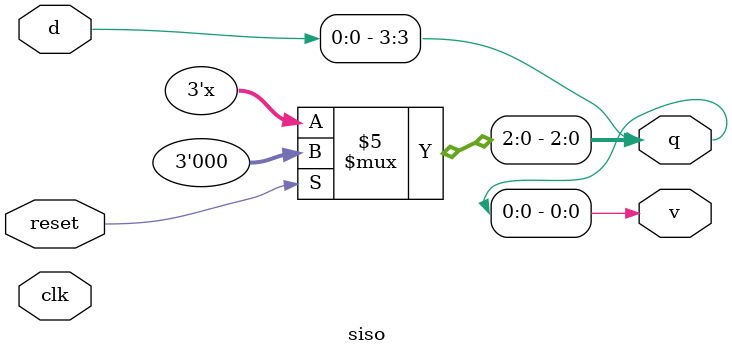
<source format=v>
`timescale 1ns / 1ps
module siso(input clk,d,reset,output reg [3:0]q,output v
    );
always @(clk or d)
begin
if(reset==1)
q<=4'b0000;
else
q<=q>>1;
q[3]<=d;
end
assign v=q[0];

endmodule

</source>
